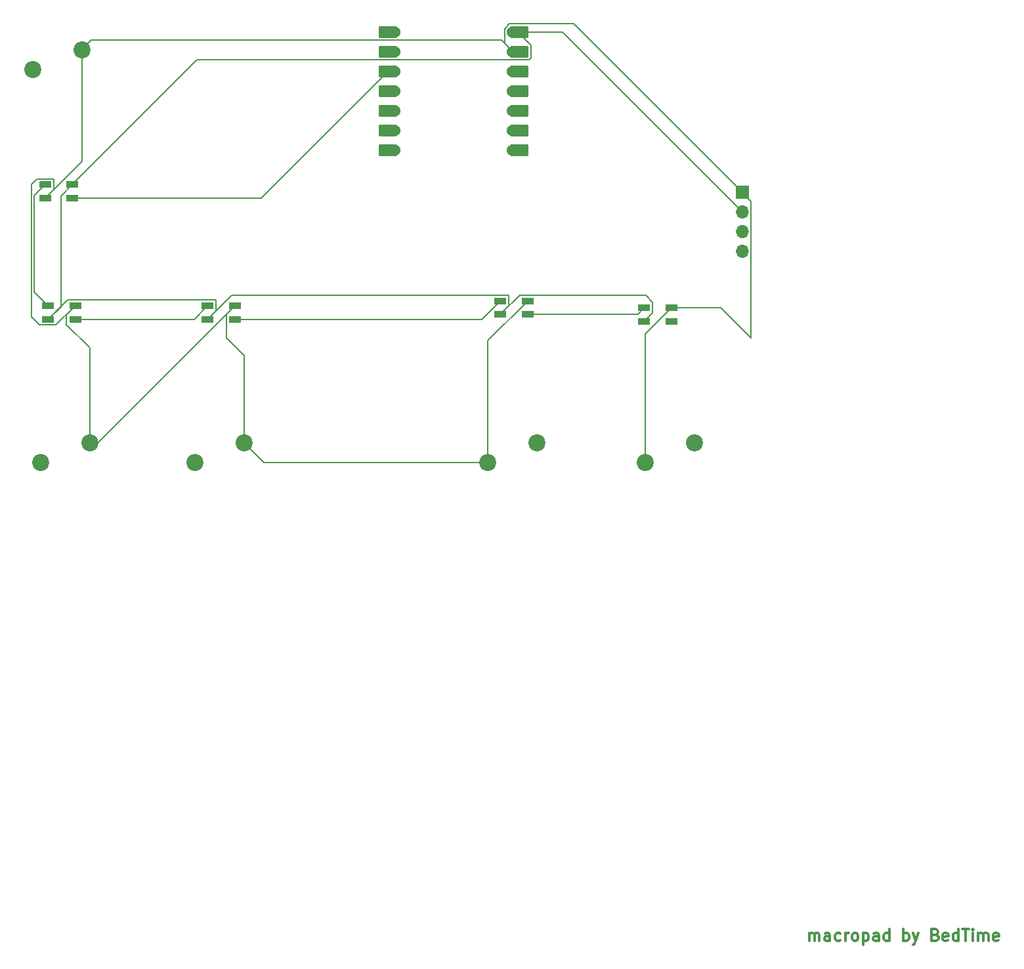
<source format=gbr>
%TF.GenerationSoftware,KiCad,Pcbnew,9.0.6*%
%TF.CreationDate,2025-12-12T19:01:35-05:00*%
%TF.ProjectId,Macropad,4d616372-6f70-4616-942e-6b696361645f,rev?*%
%TF.SameCoordinates,Original*%
%TF.FileFunction,Copper,L1,Top*%
%TF.FilePolarity,Positive*%
%FSLAX46Y46*%
G04 Gerber Fmt 4.6, Leading zero omitted, Abs format (unit mm)*
G04 Created by KiCad (PCBNEW 9.0.6) date 2025-12-12 19:01:35*
%MOMM*%
%LPD*%
G01*
G04 APERTURE LIST*
G04 Aperture macros list*
%AMRoundRect*
0 Rectangle with rounded corners*
0 $1 Rounding radius*
0 $2 $3 $4 $5 $6 $7 $8 $9 X,Y pos of 4 corners*
0 Add a 4 corners polygon primitive as box body*
4,1,4,$2,$3,$4,$5,$6,$7,$8,$9,$2,$3,0*
0 Add four circle primitives for the rounded corners*
1,1,$1+$1,$2,$3*
1,1,$1+$1,$4,$5*
1,1,$1+$1,$6,$7*
1,1,$1+$1,$8,$9*
0 Add four rect primitives between the rounded corners*
20,1,$1+$1,$2,$3,$4,$5,0*
20,1,$1+$1,$4,$5,$6,$7,0*
20,1,$1+$1,$6,$7,$8,$9,0*
20,1,$1+$1,$8,$9,$2,$3,0*%
G04 Aperture macros list end*
%ADD10C,0.300000*%
%TA.AperFunction,NonConductor*%
%ADD11C,0.300000*%
%TD*%
%TA.AperFunction,ComponentPad*%
%ADD12C,2.200000*%
%TD*%
%TA.AperFunction,ComponentPad*%
%ADD13R,1.700000X1.700000*%
%TD*%
%TA.AperFunction,ComponentPad*%
%ADD14O,1.700000X1.700000*%
%TD*%
%TA.AperFunction,SMDPad,CuDef*%
%ADD15R,1.600000X0.850000*%
%TD*%
%TA.AperFunction,SMDPad,CuDef*%
%ADD16RoundRect,0.152400X1.063600X0.609600X-1.063600X0.609600X-1.063600X-0.609600X1.063600X-0.609600X0*%
%TD*%
%TA.AperFunction,ComponentPad*%
%ADD17C,1.524000*%
%TD*%
%TA.AperFunction,SMDPad,CuDef*%
%ADD18RoundRect,0.152400X-1.063600X-0.609600X1.063600X-0.609600X1.063600X0.609600X-1.063600X0.609600X0*%
%TD*%
%TA.AperFunction,Conductor*%
%ADD19C,0.200000*%
%TD*%
G04 APERTURE END LIST*
D10*
D11*
X188554510Y-189800828D02*
X188554510Y-188800828D01*
X188554510Y-188943685D02*
X188625939Y-188872257D01*
X188625939Y-188872257D02*
X188768796Y-188800828D01*
X188768796Y-188800828D02*
X188983082Y-188800828D01*
X188983082Y-188800828D02*
X189125939Y-188872257D01*
X189125939Y-188872257D02*
X189197368Y-189015114D01*
X189197368Y-189015114D02*
X189197368Y-189800828D01*
X189197368Y-189015114D02*
X189268796Y-188872257D01*
X189268796Y-188872257D02*
X189411653Y-188800828D01*
X189411653Y-188800828D02*
X189625939Y-188800828D01*
X189625939Y-188800828D02*
X189768796Y-188872257D01*
X189768796Y-188872257D02*
X189840225Y-189015114D01*
X189840225Y-189015114D02*
X189840225Y-189800828D01*
X191197368Y-189800828D02*
X191197368Y-189015114D01*
X191197368Y-189015114D02*
X191125939Y-188872257D01*
X191125939Y-188872257D02*
X190983082Y-188800828D01*
X190983082Y-188800828D02*
X190697368Y-188800828D01*
X190697368Y-188800828D02*
X190554510Y-188872257D01*
X191197368Y-189729400D02*
X191054510Y-189800828D01*
X191054510Y-189800828D02*
X190697368Y-189800828D01*
X190697368Y-189800828D02*
X190554510Y-189729400D01*
X190554510Y-189729400D02*
X190483082Y-189586542D01*
X190483082Y-189586542D02*
X190483082Y-189443685D01*
X190483082Y-189443685D02*
X190554510Y-189300828D01*
X190554510Y-189300828D02*
X190697368Y-189229400D01*
X190697368Y-189229400D02*
X191054510Y-189229400D01*
X191054510Y-189229400D02*
X191197368Y-189157971D01*
X192554511Y-189729400D02*
X192411653Y-189800828D01*
X192411653Y-189800828D02*
X192125939Y-189800828D01*
X192125939Y-189800828D02*
X191983082Y-189729400D01*
X191983082Y-189729400D02*
X191911653Y-189657971D01*
X191911653Y-189657971D02*
X191840225Y-189515114D01*
X191840225Y-189515114D02*
X191840225Y-189086542D01*
X191840225Y-189086542D02*
X191911653Y-188943685D01*
X191911653Y-188943685D02*
X191983082Y-188872257D01*
X191983082Y-188872257D02*
X192125939Y-188800828D01*
X192125939Y-188800828D02*
X192411653Y-188800828D01*
X192411653Y-188800828D02*
X192554511Y-188872257D01*
X193197367Y-189800828D02*
X193197367Y-188800828D01*
X193197367Y-189086542D02*
X193268796Y-188943685D01*
X193268796Y-188943685D02*
X193340225Y-188872257D01*
X193340225Y-188872257D02*
X193483082Y-188800828D01*
X193483082Y-188800828D02*
X193625939Y-188800828D01*
X194340224Y-189800828D02*
X194197367Y-189729400D01*
X194197367Y-189729400D02*
X194125938Y-189657971D01*
X194125938Y-189657971D02*
X194054510Y-189515114D01*
X194054510Y-189515114D02*
X194054510Y-189086542D01*
X194054510Y-189086542D02*
X194125938Y-188943685D01*
X194125938Y-188943685D02*
X194197367Y-188872257D01*
X194197367Y-188872257D02*
X194340224Y-188800828D01*
X194340224Y-188800828D02*
X194554510Y-188800828D01*
X194554510Y-188800828D02*
X194697367Y-188872257D01*
X194697367Y-188872257D02*
X194768796Y-188943685D01*
X194768796Y-188943685D02*
X194840224Y-189086542D01*
X194840224Y-189086542D02*
X194840224Y-189515114D01*
X194840224Y-189515114D02*
X194768796Y-189657971D01*
X194768796Y-189657971D02*
X194697367Y-189729400D01*
X194697367Y-189729400D02*
X194554510Y-189800828D01*
X194554510Y-189800828D02*
X194340224Y-189800828D01*
X195483081Y-188800828D02*
X195483081Y-190300828D01*
X195483081Y-188872257D02*
X195625939Y-188800828D01*
X195625939Y-188800828D02*
X195911653Y-188800828D01*
X195911653Y-188800828D02*
X196054510Y-188872257D01*
X196054510Y-188872257D02*
X196125939Y-188943685D01*
X196125939Y-188943685D02*
X196197367Y-189086542D01*
X196197367Y-189086542D02*
X196197367Y-189515114D01*
X196197367Y-189515114D02*
X196125939Y-189657971D01*
X196125939Y-189657971D02*
X196054510Y-189729400D01*
X196054510Y-189729400D02*
X195911653Y-189800828D01*
X195911653Y-189800828D02*
X195625939Y-189800828D01*
X195625939Y-189800828D02*
X195483081Y-189729400D01*
X197483082Y-189800828D02*
X197483082Y-189015114D01*
X197483082Y-189015114D02*
X197411653Y-188872257D01*
X197411653Y-188872257D02*
X197268796Y-188800828D01*
X197268796Y-188800828D02*
X196983082Y-188800828D01*
X196983082Y-188800828D02*
X196840224Y-188872257D01*
X197483082Y-189729400D02*
X197340224Y-189800828D01*
X197340224Y-189800828D02*
X196983082Y-189800828D01*
X196983082Y-189800828D02*
X196840224Y-189729400D01*
X196840224Y-189729400D02*
X196768796Y-189586542D01*
X196768796Y-189586542D02*
X196768796Y-189443685D01*
X196768796Y-189443685D02*
X196840224Y-189300828D01*
X196840224Y-189300828D02*
X196983082Y-189229400D01*
X196983082Y-189229400D02*
X197340224Y-189229400D01*
X197340224Y-189229400D02*
X197483082Y-189157971D01*
X198840225Y-189800828D02*
X198840225Y-188300828D01*
X198840225Y-189729400D02*
X198697367Y-189800828D01*
X198697367Y-189800828D02*
X198411653Y-189800828D01*
X198411653Y-189800828D02*
X198268796Y-189729400D01*
X198268796Y-189729400D02*
X198197367Y-189657971D01*
X198197367Y-189657971D02*
X198125939Y-189515114D01*
X198125939Y-189515114D02*
X198125939Y-189086542D01*
X198125939Y-189086542D02*
X198197367Y-188943685D01*
X198197367Y-188943685D02*
X198268796Y-188872257D01*
X198268796Y-188872257D02*
X198411653Y-188800828D01*
X198411653Y-188800828D02*
X198697367Y-188800828D01*
X198697367Y-188800828D02*
X198840225Y-188872257D01*
X200697367Y-189800828D02*
X200697367Y-188300828D01*
X200697367Y-188872257D02*
X200840225Y-188800828D01*
X200840225Y-188800828D02*
X201125939Y-188800828D01*
X201125939Y-188800828D02*
X201268796Y-188872257D01*
X201268796Y-188872257D02*
X201340225Y-188943685D01*
X201340225Y-188943685D02*
X201411653Y-189086542D01*
X201411653Y-189086542D02*
X201411653Y-189515114D01*
X201411653Y-189515114D02*
X201340225Y-189657971D01*
X201340225Y-189657971D02*
X201268796Y-189729400D01*
X201268796Y-189729400D02*
X201125939Y-189800828D01*
X201125939Y-189800828D02*
X200840225Y-189800828D01*
X200840225Y-189800828D02*
X200697367Y-189729400D01*
X201911653Y-188800828D02*
X202268796Y-189800828D01*
X202625939Y-188800828D02*
X202268796Y-189800828D01*
X202268796Y-189800828D02*
X202125939Y-190157971D01*
X202125939Y-190157971D02*
X202054510Y-190229400D01*
X202054510Y-190229400D02*
X201911653Y-190300828D01*
X204840224Y-189015114D02*
X205054510Y-189086542D01*
X205054510Y-189086542D02*
X205125939Y-189157971D01*
X205125939Y-189157971D02*
X205197367Y-189300828D01*
X205197367Y-189300828D02*
X205197367Y-189515114D01*
X205197367Y-189515114D02*
X205125939Y-189657971D01*
X205125939Y-189657971D02*
X205054510Y-189729400D01*
X205054510Y-189729400D02*
X204911653Y-189800828D01*
X204911653Y-189800828D02*
X204340224Y-189800828D01*
X204340224Y-189800828D02*
X204340224Y-188300828D01*
X204340224Y-188300828D02*
X204840224Y-188300828D01*
X204840224Y-188300828D02*
X204983082Y-188372257D01*
X204983082Y-188372257D02*
X205054510Y-188443685D01*
X205054510Y-188443685D02*
X205125939Y-188586542D01*
X205125939Y-188586542D02*
X205125939Y-188729400D01*
X205125939Y-188729400D02*
X205054510Y-188872257D01*
X205054510Y-188872257D02*
X204983082Y-188943685D01*
X204983082Y-188943685D02*
X204840224Y-189015114D01*
X204840224Y-189015114D02*
X204340224Y-189015114D01*
X206411653Y-189729400D02*
X206268796Y-189800828D01*
X206268796Y-189800828D02*
X205983082Y-189800828D01*
X205983082Y-189800828D02*
X205840224Y-189729400D01*
X205840224Y-189729400D02*
X205768796Y-189586542D01*
X205768796Y-189586542D02*
X205768796Y-189015114D01*
X205768796Y-189015114D02*
X205840224Y-188872257D01*
X205840224Y-188872257D02*
X205983082Y-188800828D01*
X205983082Y-188800828D02*
X206268796Y-188800828D01*
X206268796Y-188800828D02*
X206411653Y-188872257D01*
X206411653Y-188872257D02*
X206483082Y-189015114D01*
X206483082Y-189015114D02*
X206483082Y-189157971D01*
X206483082Y-189157971D02*
X205768796Y-189300828D01*
X207768796Y-189800828D02*
X207768796Y-188300828D01*
X207768796Y-189729400D02*
X207625938Y-189800828D01*
X207625938Y-189800828D02*
X207340224Y-189800828D01*
X207340224Y-189800828D02*
X207197367Y-189729400D01*
X207197367Y-189729400D02*
X207125938Y-189657971D01*
X207125938Y-189657971D02*
X207054510Y-189515114D01*
X207054510Y-189515114D02*
X207054510Y-189086542D01*
X207054510Y-189086542D02*
X207125938Y-188943685D01*
X207125938Y-188943685D02*
X207197367Y-188872257D01*
X207197367Y-188872257D02*
X207340224Y-188800828D01*
X207340224Y-188800828D02*
X207625938Y-188800828D01*
X207625938Y-188800828D02*
X207768796Y-188872257D01*
X208268796Y-188300828D02*
X209125939Y-188300828D01*
X208697367Y-189800828D02*
X208697367Y-188300828D01*
X209625938Y-189800828D02*
X209625938Y-188800828D01*
X209625938Y-188300828D02*
X209554510Y-188372257D01*
X209554510Y-188372257D02*
X209625938Y-188443685D01*
X209625938Y-188443685D02*
X209697367Y-188372257D01*
X209697367Y-188372257D02*
X209625938Y-188300828D01*
X209625938Y-188300828D02*
X209625938Y-188443685D01*
X210340224Y-189800828D02*
X210340224Y-188800828D01*
X210340224Y-188943685D02*
X210411653Y-188872257D01*
X210411653Y-188872257D02*
X210554510Y-188800828D01*
X210554510Y-188800828D02*
X210768796Y-188800828D01*
X210768796Y-188800828D02*
X210911653Y-188872257D01*
X210911653Y-188872257D02*
X210983082Y-189015114D01*
X210983082Y-189015114D02*
X210983082Y-189800828D01*
X210983082Y-189015114D02*
X211054510Y-188872257D01*
X211054510Y-188872257D02*
X211197367Y-188800828D01*
X211197367Y-188800828D02*
X211411653Y-188800828D01*
X211411653Y-188800828D02*
X211554510Y-188872257D01*
X211554510Y-188872257D02*
X211625939Y-189015114D01*
X211625939Y-189015114D02*
X211625939Y-189800828D01*
X212911653Y-189729400D02*
X212768796Y-189800828D01*
X212768796Y-189800828D02*
X212483082Y-189800828D01*
X212483082Y-189800828D02*
X212340224Y-189729400D01*
X212340224Y-189729400D02*
X212268796Y-189586542D01*
X212268796Y-189586542D02*
X212268796Y-189015114D01*
X212268796Y-189015114D02*
X212340224Y-188872257D01*
X212340224Y-188872257D02*
X212483082Y-188800828D01*
X212483082Y-188800828D02*
X212768796Y-188800828D01*
X212768796Y-188800828D02*
X212911653Y-188872257D01*
X212911653Y-188872257D02*
X212983082Y-189015114D01*
X212983082Y-189015114D02*
X212983082Y-189157971D01*
X212983082Y-189157971D02*
X212268796Y-189300828D01*
D12*
%TO.P,SW1,1,1*%
%TO.N,Net-(U1-GPIO3{slash}MOSI)*%
X89380000Y-128080000D03*
%TO.P,SW1,2,2*%
%TO.N,GND*%
X95730000Y-125540000D03*
%TD*%
%TO.P,SW2,1,1*%
%TO.N,Net-(U1-GPIO4{slash}MISO)*%
X109300000Y-128080000D03*
%TO.P,SW2,2,2*%
%TO.N,GND*%
X115650000Y-125540000D03*
%TD*%
D13*
%TO.P,J1,1,Pin_1*%
%TO.N,GND*%
X179900000Y-93200000D03*
D14*
%TO.P,J1,2,Pin_2*%
%TO.N,+5V*%
X179900000Y-95740000D03*
%TO.P,J1,3,Pin_3*%
%TO.N,Net-(J1-Pin_3)*%
X179900000Y-98280000D03*
%TO.P,J1,4,Pin_4*%
%TO.N,Net-(J1-Pin_4)*%
X179900000Y-100820000D03*
%TD*%
D15*
%TO.P,D2,1,DOUT*%
%TO.N,Net-(D2-DOUT)*%
X93867500Y-109593750D03*
%TO.P,D2,2,VSS*%
%TO.N,GND*%
X93867500Y-107843750D03*
%TO.P,D2,3,DIN*%
%TO.N,Net-(D1-DOUT)*%
X90367500Y-107843750D03*
%TO.P,D2,4,VDD*%
%TO.N,+5V*%
X90367500Y-109593750D03*
%TD*%
%TO.P,D3,1,DOUT*%
%TO.N,Net-(D3-DOUT)*%
X114450000Y-109575000D03*
%TO.P,D3,2,VSS*%
%TO.N,GND*%
X114450000Y-107825000D03*
%TO.P,D3,3,DIN*%
%TO.N,Net-(D2-DOUT)*%
X110950000Y-107825000D03*
%TO.P,D3,4,VDD*%
%TO.N,+5V*%
X110950000Y-109575000D03*
%TD*%
%TO.P,D5,1,DOUT*%
%TO.N,unconnected-(D5-DOUT-Pad1)*%
X170750000Y-109875000D03*
%TO.P,D5,2,VSS*%
%TO.N,GND*%
X170750000Y-108125000D03*
%TO.P,D5,3,DIN*%
%TO.N,Net-(D4-DOUT)*%
X167250000Y-108125000D03*
%TO.P,D5,4,VDD*%
%TO.N,+5V*%
X167250000Y-109875000D03*
%TD*%
D12*
%TO.P,SW3,1,1*%
%TO.N,GND*%
X147080000Y-128080000D03*
%TO.P,SW3,2,2*%
%TO.N,Net-(U1-GPIO2{slash}SCK)*%
X153430000Y-125540000D03*
%TD*%
D15*
%TO.P,D4,1,DOUT*%
%TO.N,Net-(D4-DOUT)*%
X152200000Y-108950000D03*
%TO.P,D4,2,VSS*%
%TO.N,GND*%
X152200000Y-107200000D03*
%TO.P,D4,3,DIN*%
%TO.N,Net-(D3-DOUT)*%
X148700000Y-107200000D03*
%TO.P,D4,4,VDD*%
%TO.N,+5V*%
X148700000Y-108950000D03*
%TD*%
D16*
%TO.P,U1,1,GPIO26/ADC0/A0*%
%TO.N,Net-(J1-Pin_4)*%
X134230000Y-72515000D03*
D17*
X135065000Y-72515000D03*
D16*
%TO.P,U1,2,GPIO27/ADC1/A1*%
%TO.N,Net-(J1-Pin_3)*%
X134230000Y-75055000D03*
D17*
X135065000Y-75055000D03*
D16*
%TO.P,U1,3,GPIO28/ADC2/A2*%
%TO.N,Net-(D1-DIN)*%
X134230000Y-77595000D03*
D17*
X135065000Y-77595000D03*
D16*
%TO.P,U1,4,GPIO29/ADC3/A3*%
%TO.N,unconnected-(U1-GPIO29{slash}ADC3{slash}A3-Pad4)*%
X134230000Y-80135000D03*
D17*
X135065000Y-80135000D03*
D16*
%TO.P,U1,5,GPIO6/SDA*%
%TO.N,unconnected-(U1-GPIO6{slash}SDA-Pad5)*%
X134230000Y-82675000D03*
D17*
X135065000Y-82675000D03*
D16*
%TO.P,U1,6,GPIO7/SCL*%
%TO.N,unconnected-(U1-GPIO7{slash}SCL-Pad6)*%
X134230000Y-85215000D03*
D17*
X135065000Y-85215000D03*
D16*
%TO.P,U1,7,GPIO0/TX*%
%TO.N,Net-(U1-GPIO0{slash}TX)*%
X134230000Y-87755000D03*
D17*
X135065000Y-87755000D03*
%TO.P,U1,8,GPIO1/RX*%
%TO.N,Net-(U1-GPIO1{slash}RX)*%
X150305000Y-87755000D03*
D18*
X151140000Y-87755000D03*
D17*
%TO.P,U1,9,GPIO2/SCK*%
%TO.N,Net-(U1-GPIO2{slash}SCK)*%
X150305000Y-85215000D03*
D18*
X151140000Y-85215000D03*
D17*
%TO.P,U1,10,GPIO4/MISO*%
%TO.N,Net-(U1-GPIO4{slash}MISO)*%
X150305000Y-82675000D03*
D18*
X151140000Y-82675000D03*
D17*
%TO.P,U1,11,GPIO3/MOSI*%
%TO.N,Net-(U1-GPIO3{slash}MOSI)*%
X150305000Y-80135000D03*
D18*
X151140000Y-80135000D03*
D17*
%TO.P,U1,12,3V3*%
%TO.N,unconnected-(U1-3V3-Pad12)*%
X150305000Y-77595000D03*
D18*
X151140000Y-77595000D03*
D17*
%TO.P,U1,13,GND*%
%TO.N,GND*%
X150305000Y-75055000D03*
D18*
X151140000Y-75055000D03*
D17*
%TO.P,U1,14,VBUS*%
%TO.N,+5V*%
X150305000Y-72515000D03*
D18*
X151140000Y-72515000D03*
%TD*%
D12*
%TO.P,SW4,1,1*%
%TO.N,GND*%
X167380000Y-128080000D03*
%TO.P,SW4,2,2*%
%TO.N,Net-(U1-GPIO1{slash}RX)*%
X173730000Y-125540000D03*
%TD*%
D15*
%TO.P,D1,1,DOUT*%
%TO.N,Net-(D1-DOUT)*%
X90000000Y-92200000D03*
%TO.P,D1,2,VSS*%
%TO.N,GND*%
X90000000Y-93950000D03*
%TO.P,D1,3,DIN*%
%TO.N,Net-(D1-DIN)*%
X93500000Y-93950000D03*
%TO.P,D1,4,VDD*%
%TO.N,+5V*%
X93500000Y-92200000D03*
%TD*%
D12*
%TO.P,SW5,1,1*%
%TO.N,GND*%
X94752500Y-74770000D03*
%TO.P,SW5,2,2*%
%TO.N,Net-(U1-GPIO0{slash}TX)*%
X88402500Y-77310000D03*
%TD*%
D19*
%TO.N,GND*%
X158152000Y-71452000D02*
X149864690Y-71452000D01*
X91101000Y-92849000D02*
X90000000Y-93950000D01*
X115650000Y-114275000D02*
X115650000Y-125540000D01*
X113349000Y-111974000D02*
X115650000Y-114275000D01*
X95730000Y-125540000D02*
X95730000Y-113283250D01*
X147080000Y-112320000D02*
X147080000Y-128080000D01*
X93867500Y-107843750D02*
X91391500Y-110319750D01*
X92711250Y-110264500D02*
X92711250Y-109000000D01*
X115650000Y-125540000D02*
X118190000Y-128080000D01*
X181000000Y-112000000D02*
X181051000Y-111949000D01*
X118190000Y-128080000D02*
X147080000Y-128080000D01*
X177125000Y-108125000D02*
X181000000Y-112000000D01*
X88198000Y-109251250D02*
X88198000Y-92175000D01*
X88899000Y-91474000D02*
X91101000Y-91474000D01*
X95730000Y-113283250D02*
X92711250Y-110264500D01*
X181051000Y-94351000D02*
X179900000Y-93200000D01*
X94752500Y-74770000D02*
X95944500Y-73578000D01*
X91391500Y-110319750D02*
X89266500Y-110319750D01*
X167250000Y-127950000D02*
X167380000Y-128080000D01*
X149242000Y-73992000D02*
X150305000Y-75055000D01*
X113349000Y-108926000D02*
X113349000Y-111974000D01*
X96735000Y-125540000D02*
X95730000Y-125540000D01*
X181051000Y-111949000D02*
X181051000Y-94351000D01*
X152200000Y-107200000D02*
X147080000Y-112320000D01*
X92711250Y-109000000D02*
X93867500Y-107843750D01*
X170750000Y-108125000D02*
X177125000Y-108125000D01*
X94752500Y-74770000D02*
X94752500Y-89197500D01*
X167380000Y-111495000D02*
X167380000Y-128080000D01*
X149864690Y-71452000D02*
X149242000Y-72074690D01*
X114450000Y-107825000D02*
X96735000Y-125540000D01*
X170750000Y-108125000D02*
X167380000Y-111495000D01*
X148828000Y-73578000D02*
X150305000Y-75055000D01*
X179900000Y-93200000D02*
X158152000Y-71452000D01*
X95944500Y-73578000D02*
X148828000Y-73578000D01*
X94752500Y-89197500D02*
X90000000Y-93950000D01*
X89266500Y-110319750D02*
X88198000Y-109251250D01*
X88198000Y-92175000D02*
X88899000Y-91474000D01*
X91101000Y-91474000D02*
X91101000Y-92849000D01*
X114625000Y-108000000D02*
X114450000Y-107825000D01*
X149242000Y-72074690D02*
X149242000Y-73992000D01*
X114450000Y-107825000D02*
X113349000Y-108926000D01*
%TO.N,+5V*%
X168351000Y-108774000D02*
X167250000Y-109875000D01*
X168351000Y-107399000D02*
X168351000Y-108774000D01*
X167426000Y-106474000D02*
X168351000Y-107399000D01*
X149801000Y-106474000D02*
X149801000Y-107849000D01*
X92000000Y-107961250D02*
X90367500Y-109593750D01*
X112051000Y-108474000D02*
X110950000Y-109575000D01*
X149801000Y-107849000D02*
X148700000Y-108950000D01*
X148700000Y-108950000D02*
X151176000Y-106474000D01*
X150918626Y-72515000D02*
X150305000Y-72515000D01*
X92000000Y-93700000D02*
X92000000Y-107961250D01*
X156675000Y-72515000D02*
X150305000Y-72515000D01*
X114051000Y-106474000D02*
X149801000Y-106474000D01*
X93500000Y-92200000D02*
X109582000Y-76118000D01*
X110950000Y-109575000D02*
X114051000Y-106474000D01*
X152657000Y-74253374D02*
X150918626Y-72515000D01*
X92862250Y-107099000D02*
X112051000Y-107099000D01*
X152657000Y-75856626D02*
X152657000Y-74253374D01*
X152395626Y-76118000D02*
X152657000Y-75856626D01*
X93500000Y-92200000D02*
X92000000Y-93700000D01*
X179900000Y-95740000D02*
X156675000Y-72515000D01*
X151176000Y-106474000D02*
X167426000Y-106474000D01*
X90367500Y-109593750D02*
X92862250Y-107099000D01*
X112051000Y-107099000D02*
X112051000Y-108474000D01*
X109582000Y-76118000D02*
X152395626Y-76118000D01*
%TO.N,Net-(D1-DIN)*%
X117875000Y-93950000D02*
X134230000Y-77595000D01*
X93500000Y-93950000D02*
X117875000Y-93950000D01*
%TO.N,Net-(D1-DOUT)*%
X90367500Y-107843750D02*
X88599000Y-106075250D01*
X88599000Y-93601000D02*
X90000000Y-92200000D01*
X88599000Y-106075250D02*
X88599000Y-93601000D01*
%TO.N,Net-(D2-DOUT)*%
X93867500Y-109593750D02*
X109181250Y-109593750D01*
X109181250Y-109593750D02*
X110950000Y-107825000D01*
%TO.N,Net-(D3-DOUT)*%
X146325000Y-109575000D02*
X148700000Y-107200000D01*
X114450000Y-109575000D02*
X146325000Y-109575000D01*
%TO.N,Net-(D4-DOUT)*%
X152200000Y-108950000D02*
X166425000Y-108950000D01*
X166425000Y-108950000D02*
X167250000Y-108125000D01*
%TD*%
M02*

</source>
